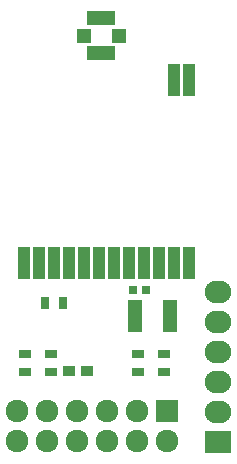
<source format=gbs>
G04 #@! TF.FileFunction,Soldermask,Bot*
%FSLAX46Y46*%
G04 Gerber Fmt 4.6, Leading zero omitted, Abs format (unit mm)*
G04 Created by KiCad (PCBNEW (2014-11-21 BZR 5297)-product) date Do 05 Feb 2015 11:43:21 CET*
%MOMM*%
G01*
G04 APERTURE LIST*
%ADD10C,0.100000*%
%ADD11R,1.927200X1.927200*%
%ADD12O,1.927200X1.927200*%
%ADD13R,1.000000X0.950000*%
%ADD14R,0.800000X0.700000*%
%ADD15R,1.100000X2.700000*%
%ADD16R,1.200000X1.200000*%
%ADD17R,2.400000X1.250000*%
%ADD18R,1.100000X0.700000*%
%ADD19R,0.700000X1.100000*%
%ADD20R,2.232000X1.927200*%
%ADD21O,2.232000X1.927200*%
%ADD22R,1.200000X2.700000*%
G04 APERTURE END LIST*
D10*
D11*
X212450000Y-86530000D03*
D12*
X212450000Y-89070000D03*
X209910000Y-86530000D03*
X209910000Y-89070000D03*
X207370000Y-86530000D03*
X207370000Y-89070000D03*
X204830000Y-86530000D03*
X204830000Y-89070000D03*
X202290000Y-86530000D03*
X202290000Y-89070000D03*
X199750000Y-86530000D03*
X199750000Y-89070000D03*
D13*
X204150000Y-83200000D03*
X205650000Y-83200000D03*
D14*
X209550000Y-76300000D03*
X210650000Y-76300000D03*
D15*
X214285000Y-74040000D03*
X213015000Y-74040000D03*
X211745000Y-74040000D03*
X210475000Y-74040000D03*
X209205000Y-74040000D03*
X207935000Y-74040000D03*
X206665000Y-74040000D03*
X205395000Y-74040000D03*
X204125000Y-74040000D03*
X202855000Y-74040000D03*
X201585000Y-74040000D03*
X200315000Y-74040000D03*
X214285000Y-58560000D03*
X213015000Y-58560000D03*
D16*
X208400000Y-54800000D03*
X205400000Y-54800000D03*
D17*
X206900000Y-53325000D03*
X206900000Y-56275000D03*
D18*
X210000000Y-83250000D03*
X210000000Y-81750000D03*
X202600000Y-83250000D03*
X202600000Y-81750000D03*
X212200000Y-81750000D03*
X212200000Y-83250000D03*
X200400000Y-81750000D03*
X200400000Y-83250000D03*
D19*
X202150000Y-77400000D03*
X203650000Y-77400000D03*
D20*
X216800000Y-89150000D03*
D21*
X216800000Y-86610000D03*
X216800000Y-84070000D03*
X216800000Y-81530000D03*
X216800000Y-78990000D03*
X216800000Y-76450000D03*
D22*
X209700000Y-78500000D03*
X212700000Y-78500000D03*
M02*

</source>
